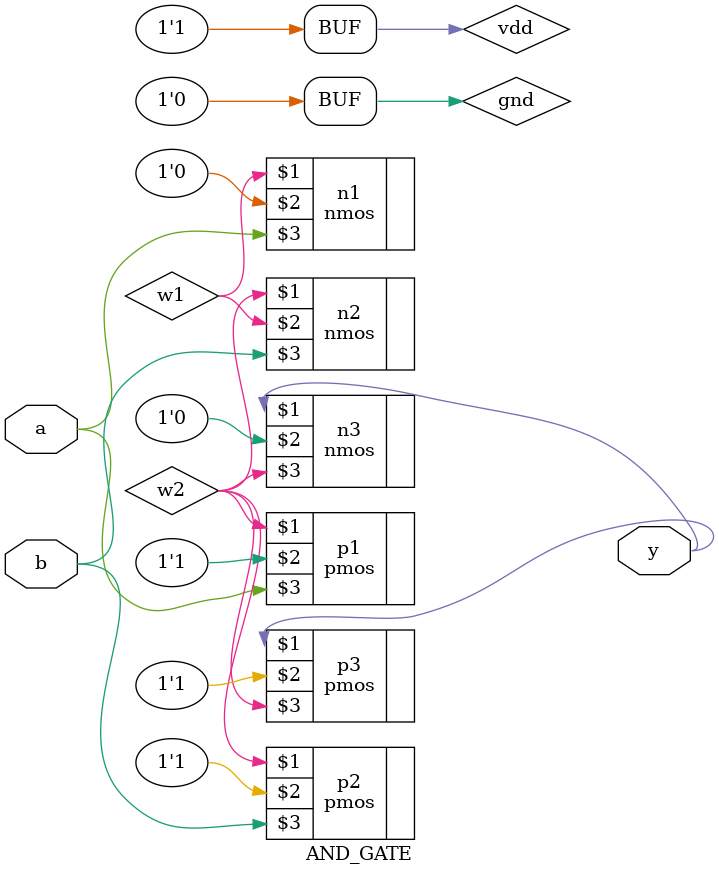
<source format=v>
module AND_GATE(a,b,y);
     input a,b;
     output y;

     //internal signols
     wire w1,w2;
     supply1 vdd;
     supply0 gnd;
     
     //switch primitives
     pmos p1(w2,vdd,a);
     pmos p2(w2,vdd,b);
     pmos p3(y,vdd,w2);

     nmos n1(w1,gnd,a);
     nmos n2(w2,w1,b);
     nmos n3(y,gnd,w2);
endmodule

</source>
